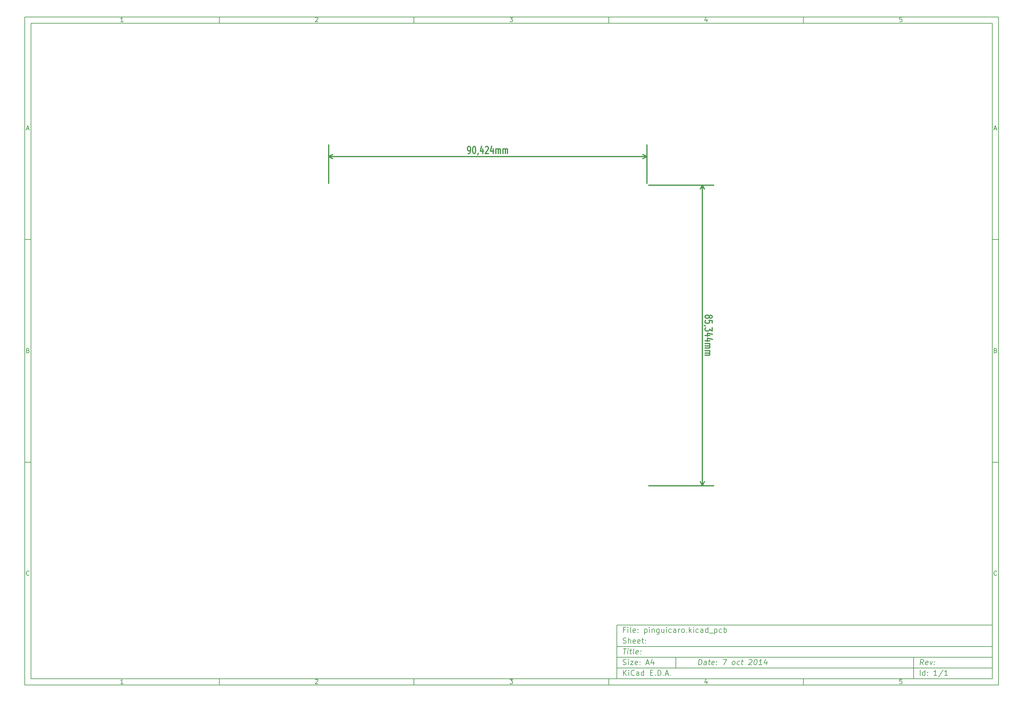
<source format=gbr>
G04 (created by PCBNEW (2013-june-11)-stable) date mar 07 oct 2014 09:39:09 ART*
%MOIN*%
G04 Gerber Fmt 3.4, Leading zero omitted, Abs format*
%FSLAX34Y34*%
G01*
G70*
G90*
G04 APERTURE LIST*
%ADD10C,0.00590551*%
%ADD11C,0.012*%
G04 APERTURE END LIST*
G54D10*
X4000Y-4000D02*
X112930Y-4000D01*
X112930Y-78680D01*
X4000Y-78680D01*
X4000Y-4000D01*
X4700Y-4700D02*
X112230Y-4700D01*
X112230Y-77980D01*
X4700Y-77980D01*
X4700Y-4700D01*
X25780Y-4000D02*
X25780Y-4700D01*
X15032Y-4552D02*
X14747Y-4552D01*
X14890Y-4552D02*
X14890Y-4052D01*
X14842Y-4123D01*
X14794Y-4171D01*
X14747Y-4195D01*
X25780Y-78680D02*
X25780Y-77980D01*
X15032Y-78532D02*
X14747Y-78532D01*
X14890Y-78532D02*
X14890Y-78032D01*
X14842Y-78103D01*
X14794Y-78151D01*
X14747Y-78175D01*
X47560Y-4000D02*
X47560Y-4700D01*
X36527Y-4100D02*
X36550Y-4076D01*
X36598Y-4052D01*
X36717Y-4052D01*
X36765Y-4076D01*
X36789Y-4100D01*
X36812Y-4147D01*
X36812Y-4195D01*
X36789Y-4266D01*
X36503Y-4552D01*
X36812Y-4552D01*
X47560Y-78680D02*
X47560Y-77980D01*
X36527Y-78080D02*
X36550Y-78056D01*
X36598Y-78032D01*
X36717Y-78032D01*
X36765Y-78056D01*
X36789Y-78080D01*
X36812Y-78127D01*
X36812Y-78175D01*
X36789Y-78246D01*
X36503Y-78532D01*
X36812Y-78532D01*
X69340Y-4000D02*
X69340Y-4700D01*
X58283Y-4052D02*
X58592Y-4052D01*
X58426Y-4242D01*
X58497Y-4242D01*
X58545Y-4266D01*
X58569Y-4290D01*
X58592Y-4338D01*
X58592Y-4457D01*
X58569Y-4504D01*
X58545Y-4528D01*
X58497Y-4552D01*
X58354Y-4552D01*
X58307Y-4528D01*
X58283Y-4504D01*
X69340Y-78680D02*
X69340Y-77980D01*
X58283Y-78032D02*
X58592Y-78032D01*
X58426Y-78222D01*
X58497Y-78222D01*
X58545Y-78246D01*
X58569Y-78270D01*
X58592Y-78318D01*
X58592Y-78437D01*
X58569Y-78484D01*
X58545Y-78508D01*
X58497Y-78532D01*
X58354Y-78532D01*
X58307Y-78508D01*
X58283Y-78484D01*
X91120Y-4000D02*
X91120Y-4700D01*
X80325Y-4219D02*
X80325Y-4552D01*
X80206Y-4028D02*
X80087Y-4385D01*
X80396Y-4385D01*
X91120Y-78680D02*
X91120Y-77980D01*
X80325Y-78199D02*
X80325Y-78532D01*
X80206Y-78008D02*
X80087Y-78365D01*
X80396Y-78365D01*
X102129Y-4052D02*
X101890Y-4052D01*
X101867Y-4290D01*
X101890Y-4266D01*
X101938Y-4242D01*
X102057Y-4242D01*
X102105Y-4266D01*
X102129Y-4290D01*
X102152Y-4338D01*
X102152Y-4457D01*
X102129Y-4504D01*
X102105Y-4528D01*
X102057Y-4552D01*
X101938Y-4552D01*
X101890Y-4528D01*
X101867Y-4504D01*
X102129Y-78032D02*
X101890Y-78032D01*
X101867Y-78270D01*
X101890Y-78246D01*
X101938Y-78222D01*
X102057Y-78222D01*
X102105Y-78246D01*
X102129Y-78270D01*
X102152Y-78318D01*
X102152Y-78437D01*
X102129Y-78484D01*
X102105Y-78508D01*
X102057Y-78532D01*
X101938Y-78532D01*
X101890Y-78508D01*
X101867Y-78484D01*
X4000Y-28890D02*
X4700Y-28890D01*
X4230Y-16509D02*
X4469Y-16509D01*
X4183Y-16652D02*
X4350Y-16152D01*
X4516Y-16652D01*
X112930Y-28890D02*
X112230Y-28890D01*
X112460Y-16509D02*
X112699Y-16509D01*
X112413Y-16652D02*
X112580Y-16152D01*
X112746Y-16652D01*
X4000Y-53780D02*
X4700Y-53780D01*
X4385Y-41280D02*
X4457Y-41304D01*
X4480Y-41328D01*
X4504Y-41375D01*
X4504Y-41447D01*
X4480Y-41494D01*
X4457Y-41518D01*
X4409Y-41542D01*
X4219Y-41542D01*
X4219Y-41042D01*
X4385Y-41042D01*
X4433Y-41066D01*
X4457Y-41090D01*
X4480Y-41137D01*
X4480Y-41185D01*
X4457Y-41232D01*
X4433Y-41256D01*
X4385Y-41280D01*
X4219Y-41280D01*
X112930Y-53780D02*
X112230Y-53780D01*
X112615Y-41280D02*
X112687Y-41304D01*
X112710Y-41328D01*
X112734Y-41375D01*
X112734Y-41447D01*
X112710Y-41494D01*
X112687Y-41518D01*
X112639Y-41542D01*
X112449Y-41542D01*
X112449Y-41042D01*
X112615Y-41042D01*
X112663Y-41066D01*
X112687Y-41090D01*
X112710Y-41137D01*
X112710Y-41185D01*
X112687Y-41232D01*
X112663Y-41256D01*
X112615Y-41280D01*
X112449Y-41280D01*
X4504Y-66384D02*
X4480Y-66408D01*
X4409Y-66432D01*
X4361Y-66432D01*
X4290Y-66408D01*
X4242Y-66360D01*
X4219Y-66313D01*
X4195Y-66218D01*
X4195Y-66146D01*
X4219Y-66051D01*
X4242Y-66003D01*
X4290Y-65956D01*
X4361Y-65932D01*
X4409Y-65932D01*
X4480Y-65956D01*
X4504Y-65980D01*
X112734Y-66384D02*
X112710Y-66408D01*
X112639Y-66432D01*
X112591Y-66432D01*
X112520Y-66408D01*
X112472Y-66360D01*
X112449Y-66313D01*
X112425Y-66218D01*
X112425Y-66146D01*
X112449Y-66051D01*
X112472Y-66003D01*
X112520Y-65956D01*
X112591Y-65932D01*
X112639Y-65932D01*
X112710Y-65956D01*
X112734Y-65980D01*
X79380Y-76422D02*
X79455Y-75822D01*
X79597Y-75822D01*
X79680Y-75851D01*
X79730Y-75908D01*
X79751Y-75965D01*
X79765Y-76080D01*
X79755Y-76165D01*
X79712Y-76280D01*
X79676Y-76337D01*
X79612Y-76394D01*
X79522Y-76422D01*
X79380Y-76422D01*
X80237Y-76422D02*
X80276Y-76108D01*
X80255Y-76051D01*
X80201Y-76022D01*
X80087Y-76022D01*
X80026Y-76051D01*
X80240Y-76394D02*
X80180Y-76422D01*
X80037Y-76422D01*
X79983Y-76394D01*
X79962Y-76337D01*
X79969Y-76280D01*
X80005Y-76222D01*
X80065Y-76194D01*
X80208Y-76194D01*
X80269Y-76165D01*
X80487Y-76022D02*
X80715Y-76022D01*
X80597Y-75822D02*
X80533Y-76337D01*
X80555Y-76394D01*
X80608Y-76422D01*
X80665Y-76422D01*
X81097Y-76394D02*
X81037Y-76422D01*
X80922Y-76422D01*
X80869Y-76394D01*
X80847Y-76337D01*
X80876Y-76108D01*
X80912Y-76051D01*
X80972Y-76022D01*
X81087Y-76022D01*
X81140Y-76051D01*
X81162Y-76108D01*
X81155Y-76165D01*
X80862Y-76222D01*
X81387Y-76365D02*
X81412Y-76394D01*
X81380Y-76422D01*
X81355Y-76394D01*
X81387Y-76365D01*
X81380Y-76422D01*
X81426Y-76051D02*
X81451Y-76080D01*
X81419Y-76108D01*
X81394Y-76080D01*
X81426Y-76051D01*
X81419Y-76108D01*
X82140Y-75822D02*
X82540Y-75822D01*
X82208Y-76422D01*
X83237Y-76422D02*
X83183Y-76394D01*
X83158Y-76365D01*
X83137Y-76308D01*
X83158Y-76137D01*
X83194Y-76080D01*
X83226Y-76051D01*
X83287Y-76022D01*
X83372Y-76022D01*
X83426Y-76051D01*
X83451Y-76080D01*
X83472Y-76137D01*
X83451Y-76308D01*
X83415Y-76365D01*
X83383Y-76394D01*
X83322Y-76422D01*
X83237Y-76422D01*
X83955Y-76394D02*
X83894Y-76422D01*
X83780Y-76422D01*
X83726Y-76394D01*
X83701Y-76365D01*
X83680Y-76308D01*
X83701Y-76137D01*
X83737Y-76080D01*
X83769Y-76051D01*
X83830Y-76022D01*
X83944Y-76022D01*
X83997Y-76051D01*
X84172Y-76022D02*
X84401Y-76022D01*
X84283Y-75822D02*
X84219Y-76337D01*
X84240Y-76394D01*
X84294Y-76422D01*
X84351Y-76422D01*
X85047Y-75880D02*
X85080Y-75851D01*
X85140Y-75822D01*
X85283Y-75822D01*
X85337Y-75851D01*
X85362Y-75880D01*
X85383Y-75937D01*
X85376Y-75994D01*
X85337Y-76080D01*
X84951Y-76422D01*
X85322Y-76422D01*
X85769Y-75822D02*
X85826Y-75822D01*
X85880Y-75851D01*
X85905Y-75880D01*
X85926Y-75937D01*
X85940Y-76051D01*
X85922Y-76194D01*
X85880Y-76308D01*
X85844Y-76365D01*
X85812Y-76394D01*
X85751Y-76422D01*
X85694Y-76422D01*
X85640Y-76394D01*
X85615Y-76365D01*
X85594Y-76308D01*
X85580Y-76194D01*
X85597Y-76051D01*
X85640Y-75937D01*
X85676Y-75880D01*
X85708Y-75851D01*
X85769Y-75822D01*
X86465Y-76422D02*
X86122Y-76422D01*
X86294Y-76422D02*
X86369Y-75822D01*
X86301Y-75908D01*
X86237Y-75965D01*
X86176Y-75994D01*
X87030Y-76022D02*
X86980Y-76422D01*
X86915Y-75794D02*
X86719Y-76222D01*
X87090Y-76222D01*
X70972Y-77622D02*
X70972Y-77022D01*
X71315Y-77622D02*
X71058Y-77280D01*
X71315Y-77022D02*
X70972Y-77365D01*
X71572Y-77622D02*
X71572Y-77222D01*
X71572Y-77022D02*
X71544Y-77051D01*
X71572Y-77080D01*
X71601Y-77051D01*
X71572Y-77022D01*
X71572Y-77080D01*
X72201Y-77565D02*
X72172Y-77594D01*
X72087Y-77622D01*
X72030Y-77622D01*
X71944Y-77594D01*
X71887Y-77537D01*
X71858Y-77480D01*
X71830Y-77365D01*
X71830Y-77280D01*
X71858Y-77165D01*
X71887Y-77108D01*
X71944Y-77051D01*
X72030Y-77022D01*
X72087Y-77022D01*
X72172Y-77051D01*
X72201Y-77080D01*
X72715Y-77622D02*
X72715Y-77308D01*
X72687Y-77251D01*
X72630Y-77222D01*
X72515Y-77222D01*
X72458Y-77251D01*
X72715Y-77594D02*
X72658Y-77622D01*
X72515Y-77622D01*
X72458Y-77594D01*
X72430Y-77537D01*
X72430Y-77480D01*
X72458Y-77422D01*
X72515Y-77394D01*
X72658Y-77394D01*
X72715Y-77365D01*
X73258Y-77622D02*
X73258Y-77022D01*
X73258Y-77594D02*
X73201Y-77622D01*
X73087Y-77622D01*
X73030Y-77594D01*
X73001Y-77565D01*
X72972Y-77508D01*
X72972Y-77337D01*
X73001Y-77280D01*
X73030Y-77251D01*
X73087Y-77222D01*
X73201Y-77222D01*
X73258Y-77251D01*
X74001Y-77308D02*
X74201Y-77308D01*
X74287Y-77622D02*
X74001Y-77622D01*
X74001Y-77022D01*
X74287Y-77022D01*
X74544Y-77565D02*
X74572Y-77594D01*
X74544Y-77622D01*
X74515Y-77594D01*
X74544Y-77565D01*
X74544Y-77622D01*
X74829Y-77622D02*
X74829Y-77022D01*
X74972Y-77022D01*
X75058Y-77051D01*
X75115Y-77108D01*
X75144Y-77165D01*
X75172Y-77280D01*
X75172Y-77365D01*
X75144Y-77480D01*
X75115Y-77537D01*
X75058Y-77594D01*
X74972Y-77622D01*
X74829Y-77622D01*
X75429Y-77565D02*
X75458Y-77594D01*
X75429Y-77622D01*
X75401Y-77594D01*
X75429Y-77565D01*
X75429Y-77622D01*
X75687Y-77451D02*
X75972Y-77451D01*
X75629Y-77622D02*
X75829Y-77022D01*
X76029Y-77622D01*
X76229Y-77565D02*
X76258Y-77594D01*
X76229Y-77622D01*
X76201Y-77594D01*
X76229Y-77565D01*
X76229Y-77622D01*
X104522Y-76422D02*
X104358Y-76137D01*
X104180Y-76422D02*
X104255Y-75822D01*
X104483Y-75822D01*
X104537Y-75851D01*
X104562Y-75880D01*
X104583Y-75937D01*
X104572Y-76022D01*
X104537Y-76080D01*
X104505Y-76108D01*
X104444Y-76137D01*
X104215Y-76137D01*
X105012Y-76394D02*
X104951Y-76422D01*
X104837Y-76422D01*
X104783Y-76394D01*
X104762Y-76337D01*
X104790Y-76108D01*
X104826Y-76051D01*
X104887Y-76022D01*
X105001Y-76022D01*
X105055Y-76051D01*
X105076Y-76108D01*
X105069Y-76165D01*
X104776Y-76222D01*
X105287Y-76022D02*
X105380Y-76422D01*
X105572Y-76022D01*
X105758Y-76365D02*
X105783Y-76394D01*
X105751Y-76422D01*
X105726Y-76394D01*
X105758Y-76365D01*
X105751Y-76422D01*
X105797Y-76051D02*
X105822Y-76080D01*
X105790Y-76108D01*
X105765Y-76080D01*
X105797Y-76051D01*
X105790Y-76108D01*
X70944Y-76394D02*
X71030Y-76422D01*
X71172Y-76422D01*
X71230Y-76394D01*
X71258Y-76365D01*
X71287Y-76308D01*
X71287Y-76251D01*
X71258Y-76194D01*
X71230Y-76165D01*
X71172Y-76137D01*
X71058Y-76108D01*
X71001Y-76080D01*
X70972Y-76051D01*
X70944Y-75994D01*
X70944Y-75937D01*
X70972Y-75880D01*
X71001Y-75851D01*
X71058Y-75822D01*
X71201Y-75822D01*
X71287Y-75851D01*
X71544Y-76422D02*
X71544Y-76022D01*
X71544Y-75822D02*
X71515Y-75851D01*
X71544Y-75880D01*
X71572Y-75851D01*
X71544Y-75822D01*
X71544Y-75880D01*
X71772Y-76022D02*
X72087Y-76022D01*
X71772Y-76422D01*
X72087Y-76422D01*
X72544Y-76394D02*
X72487Y-76422D01*
X72372Y-76422D01*
X72315Y-76394D01*
X72287Y-76337D01*
X72287Y-76108D01*
X72315Y-76051D01*
X72372Y-76022D01*
X72487Y-76022D01*
X72544Y-76051D01*
X72572Y-76108D01*
X72572Y-76165D01*
X72287Y-76222D01*
X72830Y-76365D02*
X72858Y-76394D01*
X72830Y-76422D01*
X72801Y-76394D01*
X72830Y-76365D01*
X72830Y-76422D01*
X72830Y-76051D02*
X72858Y-76080D01*
X72830Y-76108D01*
X72801Y-76080D01*
X72830Y-76051D01*
X72830Y-76108D01*
X73544Y-76251D02*
X73830Y-76251D01*
X73487Y-76422D02*
X73687Y-75822D01*
X73887Y-76422D01*
X74344Y-76022D02*
X74344Y-76422D01*
X74201Y-75794D02*
X74058Y-76222D01*
X74430Y-76222D01*
X104172Y-77622D02*
X104172Y-77022D01*
X104715Y-77622D02*
X104715Y-77022D01*
X104715Y-77594D02*
X104658Y-77622D01*
X104544Y-77622D01*
X104487Y-77594D01*
X104458Y-77565D01*
X104430Y-77508D01*
X104430Y-77337D01*
X104458Y-77280D01*
X104487Y-77251D01*
X104544Y-77222D01*
X104658Y-77222D01*
X104715Y-77251D01*
X105001Y-77565D02*
X105030Y-77594D01*
X105001Y-77622D01*
X104972Y-77594D01*
X105001Y-77565D01*
X105001Y-77622D01*
X105001Y-77251D02*
X105030Y-77280D01*
X105001Y-77308D01*
X104972Y-77280D01*
X105001Y-77251D01*
X105001Y-77308D01*
X106058Y-77622D02*
X105715Y-77622D01*
X105887Y-77622D02*
X105887Y-77022D01*
X105829Y-77108D01*
X105772Y-77165D01*
X105715Y-77194D01*
X106744Y-76994D02*
X106230Y-77765D01*
X107258Y-77622D02*
X106915Y-77622D01*
X107087Y-77622D02*
X107087Y-77022D01*
X107029Y-77108D01*
X106972Y-77165D01*
X106915Y-77194D01*
X70969Y-74622D02*
X71312Y-74622D01*
X71065Y-75222D02*
X71140Y-74622D01*
X71437Y-75222D02*
X71487Y-74822D01*
X71512Y-74622D02*
X71480Y-74651D01*
X71505Y-74680D01*
X71537Y-74651D01*
X71512Y-74622D01*
X71505Y-74680D01*
X71687Y-74822D02*
X71915Y-74822D01*
X71797Y-74622D02*
X71733Y-75137D01*
X71755Y-75194D01*
X71808Y-75222D01*
X71865Y-75222D01*
X72151Y-75222D02*
X72097Y-75194D01*
X72076Y-75137D01*
X72140Y-74622D01*
X72612Y-75194D02*
X72551Y-75222D01*
X72437Y-75222D01*
X72383Y-75194D01*
X72362Y-75137D01*
X72390Y-74908D01*
X72426Y-74851D01*
X72487Y-74822D01*
X72601Y-74822D01*
X72655Y-74851D01*
X72676Y-74908D01*
X72669Y-74965D01*
X72376Y-75022D01*
X72901Y-75165D02*
X72926Y-75194D01*
X72894Y-75222D01*
X72869Y-75194D01*
X72901Y-75165D01*
X72894Y-75222D01*
X72940Y-74851D02*
X72965Y-74880D01*
X72933Y-74908D01*
X72908Y-74880D01*
X72940Y-74851D01*
X72933Y-74908D01*
X71172Y-72508D02*
X70972Y-72508D01*
X70972Y-72822D02*
X70972Y-72222D01*
X71258Y-72222D01*
X71487Y-72822D02*
X71487Y-72422D01*
X71487Y-72222D02*
X71458Y-72251D01*
X71487Y-72280D01*
X71515Y-72251D01*
X71487Y-72222D01*
X71487Y-72280D01*
X71858Y-72822D02*
X71801Y-72794D01*
X71772Y-72737D01*
X71772Y-72222D01*
X72315Y-72794D02*
X72258Y-72822D01*
X72144Y-72822D01*
X72087Y-72794D01*
X72058Y-72737D01*
X72058Y-72508D01*
X72087Y-72451D01*
X72144Y-72422D01*
X72258Y-72422D01*
X72315Y-72451D01*
X72344Y-72508D01*
X72344Y-72565D01*
X72058Y-72622D01*
X72601Y-72765D02*
X72630Y-72794D01*
X72601Y-72822D01*
X72572Y-72794D01*
X72601Y-72765D01*
X72601Y-72822D01*
X72601Y-72451D02*
X72630Y-72480D01*
X72601Y-72508D01*
X72572Y-72480D01*
X72601Y-72451D01*
X72601Y-72508D01*
X73344Y-72422D02*
X73344Y-73022D01*
X73344Y-72451D02*
X73401Y-72422D01*
X73515Y-72422D01*
X73572Y-72451D01*
X73601Y-72480D01*
X73630Y-72537D01*
X73630Y-72708D01*
X73601Y-72765D01*
X73572Y-72794D01*
X73515Y-72822D01*
X73401Y-72822D01*
X73344Y-72794D01*
X73887Y-72822D02*
X73887Y-72422D01*
X73887Y-72222D02*
X73858Y-72251D01*
X73887Y-72280D01*
X73915Y-72251D01*
X73887Y-72222D01*
X73887Y-72280D01*
X74172Y-72422D02*
X74172Y-72822D01*
X74172Y-72480D02*
X74201Y-72451D01*
X74258Y-72422D01*
X74344Y-72422D01*
X74401Y-72451D01*
X74430Y-72508D01*
X74430Y-72822D01*
X74972Y-72422D02*
X74972Y-72908D01*
X74944Y-72965D01*
X74915Y-72994D01*
X74858Y-73022D01*
X74772Y-73022D01*
X74715Y-72994D01*
X74972Y-72794D02*
X74915Y-72822D01*
X74801Y-72822D01*
X74744Y-72794D01*
X74715Y-72765D01*
X74687Y-72708D01*
X74687Y-72537D01*
X74715Y-72480D01*
X74744Y-72451D01*
X74801Y-72422D01*
X74915Y-72422D01*
X74972Y-72451D01*
X75515Y-72422D02*
X75515Y-72822D01*
X75258Y-72422D02*
X75258Y-72737D01*
X75287Y-72794D01*
X75344Y-72822D01*
X75430Y-72822D01*
X75487Y-72794D01*
X75515Y-72765D01*
X75801Y-72822D02*
X75801Y-72422D01*
X75801Y-72222D02*
X75772Y-72251D01*
X75801Y-72280D01*
X75830Y-72251D01*
X75801Y-72222D01*
X75801Y-72280D01*
X76344Y-72794D02*
X76287Y-72822D01*
X76172Y-72822D01*
X76115Y-72794D01*
X76087Y-72765D01*
X76058Y-72708D01*
X76058Y-72537D01*
X76087Y-72480D01*
X76115Y-72451D01*
X76172Y-72422D01*
X76287Y-72422D01*
X76344Y-72451D01*
X76858Y-72822D02*
X76858Y-72508D01*
X76830Y-72451D01*
X76772Y-72422D01*
X76658Y-72422D01*
X76601Y-72451D01*
X76858Y-72794D02*
X76801Y-72822D01*
X76658Y-72822D01*
X76601Y-72794D01*
X76572Y-72737D01*
X76572Y-72680D01*
X76601Y-72622D01*
X76658Y-72594D01*
X76801Y-72594D01*
X76858Y-72565D01*
X77144Y-72822D02*
X77144Y-72422D01*
X77144Y-72537D02*
X77172Y-72480D01*
X77201Y-72451D01*
X77258Y-72422D01*
X77315Y-72422D01*
X77601Y-72822D02*
X77544Y-72794D01*
X77515Y-72765D01*
X77487Y-72708D01*
X77487Y-72537D01*
X77515Y-72480D01*
X77544Y-72451D01*
X77601Y-72422D01*
X77687Y-72422D01*
X77744Y-72451D01*
X77772Y-72480D01*
X77801Y-72537D01*
X77801Y-72708D01*
X77772Y-72765D01*
X77744Y-72794D01*
X77687Y-72822D01*
X77601Y-72822D01*
X78058Y-72765D02*
X78087Y-72794D01*
X78058Y-72822D01*
X78030Y-72794D01*
X78058Y-72765D01*
X78058Y-72822D01*
X78344Y-72822D02*
X78344Y-72222D01*
X78401Y-72594D02*
X78572Y-72822D01*
X78572Y-72422D02*
X78344Y-72651D01*
X78829Y-72822D02*
X78829Y-72422D01*
X78829Y-72222D02*
X78801Y-72251D01*
X78829Y-72280D01*
X78858Y-72251D01*
X78829Y-72222D01*
X78829Y-72280D01*
X79372Y-72794D02*
X79315Y-72822D01*
X79201Y-72822D01*
X79144Y-72794D01*
X79115Y-72765D01*
X79087Y-72708D01*
X79087Y-72537D01*
X79115Y-72480D01*
X79144Y-72451D01*
X79201Y-72422D01*
X79315Y-72422D01*
X79372Y-72451D01*
X79887Y-72822D02*
X79887Y-72508D01*
X79858Y-72451D01*
X79801Y-72422D01*
X79687Y-72422D01*
X79629Y-72451D01*
X79887Y-72794D02*
X79829Y-72822D01*
X79687Y-72822D01*
X79629Y-72794D01*
X79601Y-72737D01*
X79601Y-72680D01*
X79629Y-72622D01*
X79687Y-72594D01*
X79829Y-72594D01*
X79887Y-72565D01*
X80429Y-72822D02*
X80429Y-72222D01*
X80429Y-72794D02*
X80372Y-72822D01*
X80258Y-72822D01*
X80201Y-72794D01*
X80172Y-72765D01*
X80144Y-72708D01*
X80144Y-72537D01*
X80172Y-72480D01*
X80201Y-72451D01*
X80258Y-72422D01*
X80372Y-72422D01*
X80429Y-72451D01*
X80572Y-72880D02*
X81029Y-72880D01*
X81172Y-72422D02*
X81172Y-73022D01*
X81172Y-72451D02*
X81229Y-72422D01*
X81344Y-72422D01*
X81401Y-72451D01*
X81429Y-72480D01*
X81458Y-72537D01*
X81458Y-72708D01*
X81429Y-72765D01*
X81401Y-72794D01*
X81344Y-72822D01*
X81229Y-72822D01*
X81172Y-72794D01*
X81972Y-72794D02*
X81915Y-72822D01*
X81801Y-72822D01*
X81744Y-72794D01*
X81715Y-72765D01*
X81687Y-72708D01*
X81687Y-72537D01*
X81715Y-72480D01*
X81744Y-72451D01*
X81801Y-72422D01*
X81915Y-72422D01*
X81972Y-72451D01*
X82229Y-72822D02*
X82229Y-72222D01*
X82229Y-72451D02*
X82287Y-72422D01*
X82401Y-72422D01*
X82458Y-72451D01*
X82487Y-72480D01*
X82515Y-72537D01*
X82515Y-72708D01*
X82487Y-72765D01*
X82458Y-72794D01*
X82401Y-72822D01*
X82287Y-72822D01*
X82229Y-72794D01*
X70944Y-73994D02*
X71030Y-74022D01*
X71172Y-74022D01*
X71230Y-73994D01*
X71258Y-73965D01*
X71287Y-73908D01*
X71287Y-73851D01*
X71258Y-73794D01*
X71230Y-73765D01*
X71172Y-73737D01*
X71058Y-73708D01*
X71001Y-73680D01*
X70972Y-73651D01*
X70944Y-73594D01*
X70944Y-73537D01*
X70972Y-73480D01*
X71001Y-73451D01*
X71058Y-73422D01*
X71201Y-73422D01*
X71287Y-73451D01*
X71544Y-74022D02*
X71544Y-73422D01*
X71801Y-74022D02*
X71801Y-73708D01*
X71772Y-73651D01*
X71715Y-73622D01*
X71630Y-73622D01*
X71572Y-73651D01*
X71544Y-73680D01*
X72315Y-73994D02*
X72258Y-74022D01*
X72144Y-74022D01*
X72087Y-73994D01*
X72058Y-73937D01*
X72058Y-73708D01*
X72087Y-73651D01*
X72144Y-73622D01*
X72258Y-73622D01*
X72315Y-73651D01*
X72344Y-73708D01*
X72344Y-73765D01*
X72058Y-73822D01*
X72830Y-73994D02*
X72772Y-74022D01*
X72658Y-74022D01*
X72601Y-73994D01*
X72572Y-73937D01*
X72572Y-73708D01*
X72601Y-73651D01*
X72658Y-73622D01*
X72772Y-73622D01*
X72830Y-73651D01*
X72858Y-73708D01*
X72858Y-73765D01*
X72572Y-73822D01*
X73030Y-73622D02*
X73258Y-73622D01*
X73115Y-73422D02*
X73115Y-73937D01*
X73144Y-73994D01*
X73201Y-74022D01*
X73258Y-74022D01*
X73458Y-73965D02*
X73487Y-73994D01*
X73458Y-74022D01*
X73430Y-73994D01*
X73458Y-73965D01*
X73458Y-74022D01*
X73458Y-73651D02*
X73487Y-73680D01*
X73458Y-73708D01*
X73430Y-73680D01*
X73458Y-73651D01*
X73458Y-73708D01*
X70230Y-71980D02*
X70230Y-77980D01*
X70230Y-71980D02*
X112230Y-71980D01*
X70230Y-71980D02*
X112230Y-71980D01*
X70230Y-74380D02*
X112230Y-74380D01*
X103430Y-75580D02*
X103430Y-77980D01*
X70230Y-76780D02*
X112230Y-76780D01*
X70230Y-75580D02*
X112230Y-75580D01*
X76830Y-75580D02*
X76830Y-76780D01*
G54D11*
X80573Y-37457D02*
X80611Y-37400D01*
X80649Y-37371D01*
X80725Y-37342D01*
X80763Y-37342D01*
X80839Y-37371D01*
X80878Y-37400D01*
X80916Y-37457D01*
X80916Y-37571D01*
X80878Y-37628D01*
X80839Y-37657D01*
X80763Y-37685D01*
X80725Y-37685D01*
X80649Y-37657D01*
X80611Y-37628D01*
X80573Y-37571D01*
X80573Y-37457D01*
X80535Y-37400D01*
X80497Y-37371D01*
X80420Y-37342D01*
X80268Y-37342D01*
X80192Y-37371D01*
X80154Y-37400D01*
X80116Y-37457D01*
X80116Y-37571D01*
X80154Y-37628D01*
X80192Y-37657D01*
X80268Y-37685D01*
X80420Y-37685D01*
X80497Y-37657D01*
X80535Y-37628D01*
X80573Y-37571D01*
X80916Y-38228D02*
X80916Y-37942D01*
X80535Y-37914D01*
X80573Y-37942D01*
X80611Y-38000D01*
X80611Y-38142D01*
X80573Y-38200D01*
X80535Y-38228D01*
X80459Y-38257D01*
X80268Y-38257D01*
X80192Y-38228D01*
X80154Y-38200D01*
X80116Y-38142D01*
X80116Y-38000D01*
X80154Y-37942D01*
X80192Y-37914D01*
X80154Y-38542D02*
X80116Y-38542D01*
X80039Y-38514D01*
X80001Y-38485D01*
X80916Y-38742D02*
X80916Y-39114D01*
X80611Y-38914D01*
X80611Y-39000D01*
X80573Y-39057D01*
X80535Y-39085D01*
X80459Y-39114D01*
X80268Y-39114D01*
X80192Y-39085D01*
X80154Y-39057D01*
X80116Y-39000D01*
X80116Y-38828D01*
X80154Y-38771D01*
X80192Y-38742D01*
X80649Y-39628D02*
X80116Y-39628D01*
X80954Y-39485D02*
X80382Y-39342D01*
X80382Y-39714D01*
X80649Y-40200D02*
X80116Y-40200D01*
X80954Y-40057D02*
X80382Y-39914D01*
X80382Y-40285D01*
X80116Y-40514D02*
X80649Y-40514D01*
X80573Y-40514D02*
X80611Y-40542D01*
X80649Y-40600D01*
X80649Y-40685D01*
X80611Y-40742D01*
X80535Y-40771D01*
X80116Y-40771D01*
X80535Y-40771D02*
X80611Y-40800D01*
X80649Y-40857D01*
X80649Y-40942D01*
X80611Y-41000D01*
X80535Y-41028D01*
X80116Y-41028D01*
X80116Y-41314D02*
X80649Y-41314D01*
X80573Y-41314D02*
X80611Y-41342D01*
X80649Y-41400D01*
X80649Y-41485D01*
X80611Y-41542D01*
X80535Y-41571D01*
X80116Y-41571D01*
X80535Y-41571D02*
X80611Y-41600D01*
X80649Y-41657D01*
X80649Y-41742D01*
X80611Y-41800D01*
X80535Y-41828D01*
X80116Y-41828D01*
X79799Y-22800D02*
X79799Y-56400D01*
X73800Y-22800D02*
X81079Y-22800D01*
X73800Y-56400D02*
X81079Y-56400D01*
X79799Y-56400D02*
X79569Y-55956D01*
X79799Y-56400D02*
X80030Y-55956D01*
X79799Y-22800D02*
X79569Y-23243D01*
X79799Y-22800D02*
X80030Y-23243D01*
X53600Y-19283D02*
X53714Y-19283D01*
X53771Y-19245D01*
X53800Y-19207D01*
X53857Y-19093D01*
X53885Y-18940D01*
X53885Y-18636D01*
X53857Y-18560D01*
X53828Y-18521D01*
X53771Y-18483D01*
X53657Y-18483D01*
X53600Y-18521D01*
X53571Y-18560D01*
X53542Y-18636D01*
X53542Y-18826D01*
X53571Y-18902D01*
X53600Y-18940D01*
X53657Y-18979D01*
X53771Y-18979D01*
X53828Y-18940D01*
X53857Y-18902D01*
X53885Y-18826D01*
X54257Y-18483D02*
X54314Y-18483D01*
X54371Y-18521D01*
X54400Y-18560D01*
X54428Y-18636D01*
X54457Y-18788D01*
X54457Y-18979D01*
X54428Y-19131D01*
X54400Y-19207D01*
X54371Y-19245D01*
X54314Y-19283D01*
X54257Y-19283D01*
X54200Y-19245D01*
X54171Y-19207D01*
X54142Y-19131D01*
X54114Y-18979D01*
X54114Y-18788D01*
X54142Y-18636D01*
X54171Y-18560D01*
X54200Y-18521D01*
X54257Y-18483D01*
X54742Y-19245D02*
X54742Y-19283D01*
X54714Y-19360D01*
X54685Y-19398D01*
X55257Y-18750D02*
X55257Y-19283D01*
X55114Y-18445D02*
X54971Y-19017D01*
X55342Y-19017D01*
X55542Y-18560D02*
X55571Y-18521D01*
X55628Y-18483D01*
X55771Y-18483D01*
X55828Y-18521D01*
X55857Y-18560D01*
X55885Y-18636D01*
X55885Y-18712D01*
X55857Y-18826D01*
X55514Y-19283D01*
X55885Y-19283D01*
X56400Y-18750D02*
X56400Y-19283D01*
X56257Y-18445D02*
X56114Y-19017D01*
X56485Y-19017D01*
X56714Y-19283D02*
X56714Y-18750D01*
X56714Y-18826D02*
X56742Y-18788D01*
X56800Y-18750D01*
X56885Y-18750D01*
X56942Y-18788D01*
X56971Y-18864D01*
X56971Y-19283D01*
X56971Y-18864D02*
X57000Y-18788D01*
X57057Y-18750D01*
X57142Y-18750D01*
X57200Y-18788D01*
X57228Y-18864D01*
X57228Y-19283D01*
X57514Y-19283D02*
X57514Y-18750D01*
X57514Y-18826D02*
X57542Y-18788D01*
X57600Y-18750D01*
X57685Y-18750D01*
X57742Y-18788D01*
X57771Y-18864D01*
X57771Y-19283D01*
X57771Y-18864D02*
X57800Y-18788D01*
X57857Y-18750D01*
X57942Y-18750D01*
X58000Y-18788D01*
X58028Y-18864D01*
X58028Y-19283D01*
X38000Y-19600D02*
X73600Y-19600D01*
X38000Y-22600D02*
X38000Y-18320D01*
X73600Y-22600D02*
X73600Y-18320D01*
X73600Y-19600D02*
X73156Y-19830D01*
X73600Y-19600D02*
X73156Y-19369D01*
X38000Y-19600D02*
X38443Y-19830D01*
X38000Y-19600D02*
X38443Y-19369D01*
M02*

</source>
